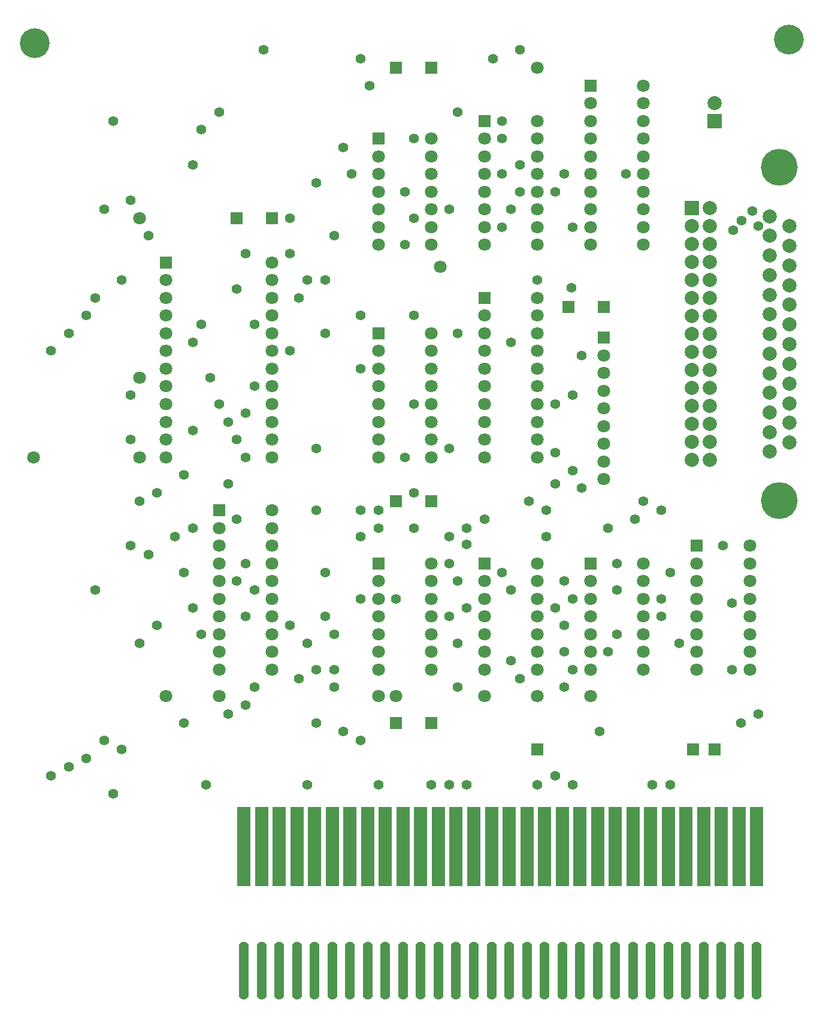
<source format=gbs>
G04*
G04 #@! TF.GenerationSoftware,Altium Limited,Altium Designer,23.6.0 (18)*
G04*
G04 Layer_Color=16711935*
%FSLAX44Y44*%
%MOMM*%
G71*
G04*
G04 #@! TF.SameCoordinates,95C8D77B-5923-4534-9A55-EAB02A08894E*
G04*
G04*
G04 #@! TF.FilePolarity,Negative*
G04*
G01*
G75*
G04:AMPARAMS|DCode=13|XSize=1.4032mm|YSize=8.2032mm|CornerRadius=0.7016mm|HoleSize=0mm|Usage=FLASHONLY|Rotation=0.000|XOffset=0mm|YOffset=0mm|HoleType=Round|Shape=RoundedRectangle|*
%AMROUNDEDRECTD13*
21,1,1.4032,6.8000,0,0,0.0*
21,1,0.0000,8.2032,0,0,0.0*
1,1,1.4032,0.0000,-3.4000*
1,1,1.4032,0.0000,-3.4000*
1,1,1.4032,0.0000,3.4000*
1,1,1.4032,0.0000,3.4000*
%
%ADD13ROUNDEDRECTD13*%
%ADD14R,1.9032X11.2032*%
%ADD15R,1.8032X1.8032*%
%ADD16C,5.2032*%
%ADD17C,2.0032*%
%ADD18C,1.8032*%
%ADD19R,1.8032X1.8032*%
%ADD20R,2.0032X2.0032*%
%ADD21C,4.2032*%
%ADD22C,1.4032*%
%ADD23C,1.4032*%
D13*
X2585000Y225000D02*
D03*
X2610001D02*
D03*
X2559999D02*
D03*
X2485000D02*
D03*
X2509999D02*
D03*
X2535000D02*
D03*
X2635000D02*
D03*
X2435000D02*
D03*
X2309999D02*
D03*
X2185001D02*
D03*
X2210000D02*
D03*
X2235001D02*
D03*
X2260000D02*
D03*
X2285001D02*
D03*
X2335001D02*
D03*
X2359999D02*
D03*
X2385000D02*
D03*
X2409999D02*
D03*
X2459999D02*
D03*
X2135001D02*
D03*
X1910000D02*
D03*
X1934999D02*
D03*
X1960000D02*
D03*
X1985001D02*
D03*
X2010000D02*
D03*
X2035001D02*
D03*
X2060000D02*
D03*
X2085001D02*
D03*
X2110000D02*
D03*
X2160000D02*
D03*
D14*
X2635000Y400000D02*
D03*
X2610001D02*
D03*
X2585000D02*
D03*
X2559999D02*
D03*
X2535000D02*
D03*
X2509999D02*
D03*
X2485000D02*
D03*
X2459999D02*
D03*
X2435000D02*
D03*
X2409999D02*
D03*
X2385000D02*
D03*
X2359999D02*
D03*
X2335001D02*
D03*
X2309999D02*
D03*
X2285001D02*
D03*
X2260000D02*
D03*
X2235001D02*
D03*
X2210000D02*
D03*
X2185001D02*
D03*
X2160000D02*
D03*
X2135001D02*
D03*
X2110000D02*
D03*
X2085001D02*
D03*
X2060000D02*
D03*
X2035001D02*
D03*
X2010000D02*
D03*
X1985001D02*
D03*
X1960000D02*
D03*
X1934999D02*
D03*
X1910000D02*
D03*
D15*
X2545000Y537500D02*
D03*
X2575000D02*
D03*
X2325000D02*
D03*
X2368750Y1162500D02*
D03*
X2418750D02*
D03*
X1900000Y1287500D02*
D03*
X1950000D02*
D03*
X2125000Y887500D02*
D03*
X2175000D02*
D03*
X2125000Y575000D02*
D03*
X2175000D02*
D03*
X2125000Y1500000D02*
D03*
X2175000D02*
D03*
D16*
X2667050Y888800D02*
D03*
Y1359200D02*
D03*
D17*
X2652850Y957800D02*
D03*
Y985500D02*
D03*
Y1013200D02*
D03*
Y1040900D02*
D03*
Y1068600D02*
D03*
Y1096300D02*
D03*
Y1124000D02*
D03*
Y1151700D02*
D03*
Y1179400D02*
D03*
Y1207100D02*
D03*
Y1234800D02*
D03*
Y1262500D02*
D03*
Y1290200D02*
D03*
X2681250Y1276300D02*
D03*
Y1248600D02*
D03*
Y1220900D02*
D03*
Y1192900D02*
D03*
Y1165200D02*
D03*
Y1137500D02*
D03*
Y1109500D02*
D03*
Y1081800D02*
D03*
Y1054100D02*
D03*
Y1026100D02*
D03*
Y998400D02*
D03*
Y970700D02*
D03*
X2568685Y1301645D02*
D03*
X2543285Y1276245D02*
D03*
X2568685D02*
D03*
X2543285Y1250845D02*
D03*
X2568685D02*
D03*
X2543285Y1225445D02*
D03*
X2568685D02*
D03*
X2543285Y1200045D02*
D03*
X2568685D02*
D03*
X2543285Y1174645D02*
D03*
X2568685D02*
D03*
X2543285Y1149245D02*
D03*
X2568685D02*
D03*
X2543285Y1123845D02*
D03*
X2568685D02*
D03*
X2543285Y1098445D02*
D03*
X2568685D02*
D03*
X2543285Y1073045D02*
D03*
X2568685D02*
D03*
X2543285Y1047645D02*
D03*
Y1022245D02*
D03*
Y996845D02*
D03*
Y971445D02*
D03*
Y946045D02*
D03*
X2568685Y1047645D02*
D03*
Y1022245D02*
D03*
Y996845D02*
D03*
Y971445D02*
D03*
Y946045D02*
D03*
X2575000Y1450000D02*
D03*
D18*
X2418750Y918750D02*
D03*
Y943750D02*
D03*
Y968750D02*
D03*
Y993750D02*
D03*
Y1018750D02*
D03*
Y1068750D02*
D03*
Y1043750D02*
D03*
Y1093750D02*
D03*
X2550000Y800000D02*
D03*
Y750000D02*
D03*
Y775000D02*
D03*
Y725000D02*
D03*
Y700000D02*
D03*
Y675000D02*
D03*
Y650000D02*
D03*
X2625000D02*
D03*
Y675000D02*
D03*
Y700000D02*
D03*
Y725000D02*
D03*
Y775000D02*
D03*
Y750000D02*
D03*
Y800000D02*
D03*
Y825000D02*
D03*
X1950000Y775000D02*
D03*
Y750000D02*
D03*
Y700000D02*
D03*
Y725000D02*
D03*
Y675000D02*
D03*
X1875000Y650000D02*
D03*
Y675000D02*
D03*
Y700000D02*
D03*
Y725000D02*
D03*
Y750000D02*
D03*
Y775000D02*
D03*
Y825000D02*
D03*
Y800000D02*
D03*
Y850000D02*
D03*
X1950000Y825000D02*
D03*
Y800000D02*
D03*
Y850000D02*
D03*
Y875000D02*
D03*
Y650000D02*
D03*
X2250000Y775000D02*
D03*
Y725000D02*
D03*
Y750000D02*
D03*
Y700000D02*
D03*
Y675000D02*
D03*
Y650000D02*
D03*
X2325000D02*
D03*
Y675000D02*
D03*
Y700000D02*
D03*
Y725000D02*
D03*
Y750000D02*
D03*
Y800000D02*
D03*
Y775000D02*
D03*
X2100000D02*
D03*
Y725000D02*
D03*
Y750000D02*
D03*
Y700000D02*
D03*
Y675000D02*
D03*
Y650000D02*
D03*
X2175000D02*
D03*
Y675000D02*
D03*
Y700000D02*
D03*
Y725000D02*
D03*
Y750000D02*
D03*
Y800000D02*
D03*
Y775000D02*
D03*
X2400000D02*
D03*
Y725000D02*
D03*
Y750000D02*
D03*
Y700000D02*
D03*
Y675000D02*
D03*
Y650000D02*
D03*
X2475000D02*
D03*
Y675000D02*
D03*
Y700000D02*
D03*
Y725000D02*
D03*
Y750000D02*
D03*
Y800000D02*
D03*
Y775000D02*
D03*
X2325000Y1175000D02*
D03*
Y1150000D02*
D03*
Y1125000D02*
D03*
Y1100000D02*
D03*
X2250000Y1150000D02*
D03*
Y1100000D02*
D03*
Y1125000D02*
D03*
Y1075000D02*
D03*
Y1050000D02*
D03*
Y1025000D02*
D03*
Y1000000D02*
D03*
Y975000D02*
D03*
Y950000D02*
D03*
X2325000D02*
D03*
Y975000D02*
D03*
Y1025000D02*
D03*
Y1000000D02*
D03*
Y1050000D02*
D03*
Y1075000D02*
D03*
X2100000Y1100000D02*
D03*
Y1050000D02*
D03*
Y1075000D02*
D03*
Y1025000D02*
D03*
Y1000000D02*
D03*
Y975000D02*
D03*
Y950000D02*
D03*
X2175000D02*
D03*
Y975000D02*
D03*
Y1000000D02*
D03*
Y1025000D02*
D03*
Y1075000D02*
D03*
Y1050000D02*
D03*
Y1100000D02*
D03*
Y1125000D02*
D03*
X2475000Y1475000D02*
D03*
Y1450000D02*
D03*
Y1425000D02*
D03*
Y1400000D02*
D03*
X2400000Y1450000D02*
D03*
Y1400000D02*
D03*
Y1425000D02*
D03*
Y1375000D02*
D03*
Y1350000D02*
D03*
Y1325000D02*
D03*
Y1300000D02*
D03*
Y1275000D02*
D03*
Y1250000D02*
D03*
X2475000D02*
D03*
Y1275000D02*
D03*
Y1325000D02*
D03*
Y1300000D02*
D03*
Y1350000D02*
D03*
Y1375000D02*
D03*
X2250000Y1400000D02*
D03*
Y1350000D02*
D03*
Y1375000D02*
D03*
Y1325000D02*
D03*
Y1300000D02*
D03*
Y1275000D02*
D03*
Y1250000D02*
D03*
X2325000D02*
D03*
Y1275000D02*
D03*
Y1300000D02*
D03*
Y1325000D02*
D03*
Y1375000D02*
D03*
Y1350000D02*
D03*
Y1400000D02*
D03*
Y1425000D02*
D03*
X2100000Y1375000D02*
D03*
Y1325000D02*
D03*
Y1350000D02*
D03*
Y1300000D02*
D03*
Y1275000D02*
D03*
Y1250000D02*
D03*
X2175000D02*
D03*
Y1275000D02*
D03*
Y1300000D02*
D03*
Y1325000D02*
D03*
Y1350000D02*
D03*
Y1400000D02*
D03*
Y1375000D02*
D03*
X1950000Y1025000D02*
D03*
Y1000000D02*
D03*
Y950000D02*
D03*
Y975000D02*
D03*
X1800000Y950000D02*
D03*
Y975000D02*
D03*
Y1000000D02*
D03*
Y1025000D02*
D03*
Y1050000D02*
D03*
Y1075000D02*
D03*
Y1100000D02*
D03*
Y1125000D02*
D03*
Y1175000D02*
D03*
Y1150000D02*
D03*
Y1200000D02*
D03*
X1950000Y1075000D02*
D03*
Y1050000D02*
D03*
Y1100000D02*
D03*
Y1125000D02*
D03*
Y1175000D02*
D03*
Y1150000D02*
D03*
Y1200000D02*
D03*
Y1225000D02*
D03*
X2325000Y612500D02*
D03*
X2125000D02*
D03*
X2100000D02*
D03*
X2250000D02*
D03*
X1762500Y1287500D02*
D03*
X2187500Y1218750D02*
D03*
X1612500Y950000D02*
D03*
X1762500D02*
D03*
X2325000Y1500000D02*
D03*
X2400000Y612500D02*
D03*
X1800000D02*
D03*
X1875000D02*
D03*
X1762500Y1062500D02*
D03*
D19*
X2418750Y1118750D02*
D03*
X2550000Y825000D02*
D03*
X1875000Y875000D02*
D03*
X2250000Y800000D02*
D03*
X2100000D02*
D03*
X2400000D02*
D03*
X2250000Y1175000D02*
D03*
X2100000Y1125000D02*
D03*
X2400000Y1475000D02*
D03*
X2250000Y1425000D02*
D03*
X2100000Y1400000D02*
D03*
X1800000Y1225000D02*
D03*
D20*
X2543285Y1301645D02*
D03*
X2575000Y1424600D02*
D03*
D21*
X1614000Y1535000D02*
D03*
X2680000Y1540000D02*
D03*
D22*
X2587500Y825000D02*
D03*
X2525000Y687500D02*
D03*
X2373384Y1189116D02*
D03*
X2500000Y750000D02*
D03*
X2475000Y887500D02*
D03*
X2500000Y875000D02*
D03*
X1850000Y700000D02*
D03*
X1856250Y487500D02*
D03*
X2600000Y650000D02*
D03*
X1825000Y925000D02*
D03*
X2325000Y1200000D02*
D03*
X2025000D02*
D03*
X2137500Y1325000D02*
D03*
X2362500Y775000D02*
D03*
X2350000Y737500D02*
D03*
X2337500Y837500D02*
D03*
X2137500Y1250000D02*
D03*
X2350000Y1325000D02*
D03*
X2362500Y712500D02*
D03*
X1837500Y850000D02*
D03*
X2225000Y826658D02*
D03*
X2200000Y725000D02*
D03*
Y962500D02*
D03*
Y1300000D02*
D03*
X2425000Y850000D02*
D03*
X1762500Y687500D02*
D03*
X2437500Y800000D02*
D03*
Y762500D02*
D03*
X2225000Y850000D02*
D03*
X2200000Y837500D02*
D03*
Y800000D02*
D03*
X2212500Y775000D02*
D03*
X2225000Y737500D02*
D03*
X2125000Y750000D02*
D03*
X2150000Y900000D02*
D03*
Y850000D02*
D03*
X2137500Y950000D02*
D03*
X2150000Y1025000D02*
D03*
X2212500Y1125000D02*
D03*
X2150000Y1150000D02*
D03*
Y1287500D02*
D03*
X1937500Y1525000D02*
D03*
X2075000Y1512500D02*
D03*
X2087500Y1475000D02*
D03*
X2150000Y1400000D02*
D03*
X2212500Y1437500D02*
D03*
X2262500Y1512500D02*
D03*
X2300000Y1525000D02*
D03*
X2275000Y1425000D02*
D03*
Y1400000D02*
D03*
Y1350000D02*
D03*
X2300000Y1362500D02*
D03*
Y1325000D02*
D03*
X2287500Y1300000D02*
D03*
X2275000Y1275000D02*
D03*
X2450000Y1350000D02*
D03*
X2362500D02*
D03*
X2375000Y1275000D02*
D03*
X2287500Y1112500D02*
D03*
X2250000Y862500D02*
D03*
X2350000Y912500D02*
D03*
X2312500Y887500D02*
D03*
X2337500Y875000D02*
D03*
X2275000Y787500D02*
D03*
X2287500Y762500D02*
D03*
X2375000Y750000D02*
D03*
X2462500Y862500D02*
D03*
X2512500Y787500D02*
D03*
X2637500Y587500D02*
D03*
X2612500Y575000D02*
D03*
X2500000Y725000D02*
D03*
X2437500Y700000D02*
D03*
X2425000Y675000D02*
D03*
X2212500Y687500D02*
D03*
Y625000D02*
D03*
X2287500Y662500D02*
D03*
X2300000Y637500D02*
D03*
X2362500Y675000D02*
D03*
X2375000Y650000D02*
D03*
X2362500Y625000D02*
D03*
X2412500Y562500D02*
D03*
X2512500Y487500D02*
D03*
X2487500D02*
D03*
X2375000D02*
D03*
X2350000Y500000D02*
D03*
X2325000Y487500D02*
D03*
X2225000D02*
D03*
X2200000D02*
D03*
X2175000D02*
D03*
X1925000Y625000D02*
D03*
X2037500D02*
D03*
X2100000Y487500D02*
D03*
X2000000D02*
D03*
X1637500Y500000D02*
D03*
X1662500Y512500D02*
D03*
X1687500Y525000D02*
D03*
X1712500Y550000D02*
D03*
X1737500Y537500D02*
D03*
X1725000Y475000D02*
D03*
X1825000Y575000D02*
D03*
X1887500Y587500D02*
D03*
X1912500Y600000D02*
D03*
X2012500Y575000D02*
D03*
X2050000Y562500D02*
D03*
X2075000Y550000D02*
D03*
X2037500Y650000D02*
D03*
X2012500D02*
D03*
X1987500Y637500D02*
D03*
X2000000Y687500D02*
D03*
X2037500Y700000D02*
D03*
X2100000Y850000D02*
D03*
Y875000D02*
D03*
X2075000D02*
D03*
Y837500D02*
D03*
Y750000D02*
D03*
X1975000Y712500D02*
D03*
X2025000Y725000D02*
D03*
Y787500D02*
D03*
X2012500Y875000D02*
D03*
X1925000Y762500D02*
D03*
X1912500Y725000D02*
D03*
X1900000Y775000D02*
D03*
X1912500Y800000D02*
D03*
X1900000Y862500D02*
D03*
X1887500Y912500D02*
D03*
X1787500Y712500D02*
D03*
X1837500Y737500D02*
D03*
X1812500Y837500D02*
D03*
X1825000Y787500D02*
D03*
X1700000Y762500D02*
D03*
X1750000Y825000D02*
D03*
X1775000Y812500D02*
D03*
X1762500Y887500D02*
D03*
X1787500Y900000D02*
D03*
X1912500Y950000D02*
D03*
X2012500Y962500D02*
D03*
X2075000Y1075000D02*
D03*
Y1150000D02*
D03*
X2025000Y1125000D02*
D03*
X2000000Y1200000D02*
D03*
X1987500Y1175000D02*
D03*
X1975000Y1100000D02*
D03*
X1900000Y975000D02*
D03*
X1925000Y1137500D02*
D03*
Y1050000D02*
D03*
X1912500Y1012500D02*
D03*
X1887500Y1000000D02*
D03*
X1875000Y1025000D02*
D03*
X1862500Y1062500D02*
D03*
X1837500Y987500D02*
D03*
Y1112500D02*
D03*
X1850000Y1137500D02*
D03*
X1900000Y1187500D02*
D03*
X1750000Y975000D02*
D03*
Y1037500D02*
D03*
X1637500Y1100000D02*
D03*
X1662500Y1125000D02*
D03*
X1687500Y1150000D02*
D03*
X1700000Y1175000D02*
D03*
X1737500Y1200000D02*
D03*
X1912500Y1237500D02*
D03*
X2037500Y1262500D02*
D03*
X1975000Y1237500D02*
D03*
Y1287500D02*
D03*
X2050000Y1387500D02*
D03*
X2062500Y1350000D02*
D03*
X2012500Y1337500D02*
D03*
X1775000Y1262500D02*
D03*
X1712500Y1300000D02*
D03*
X1750000Y1312500D02*
D03*
X1837500Y1362500D02*
D03*
X1875000Y1437500D02*
D03*
X1850000Y1412500D02*
D03*
X1725000Y1425000D02*
D03*
D23*
X2600000Y743750D02*
D03*
X2387500Y1093750D02*
D03*
Y906250D02*
D03*
X2350000Y1025000D02*
D03*
X2636956Y1276068D02*
D03*
X2613527Y1284193D02*
D03*
X2629086Y1297360D02*
D03*
X2601206Y1270458D02*
D03*
X2375000Y1037500D02*
D03*
Y931250D02*
D03*
X2350000Y956250D02*
D03*
M02*

</source>
